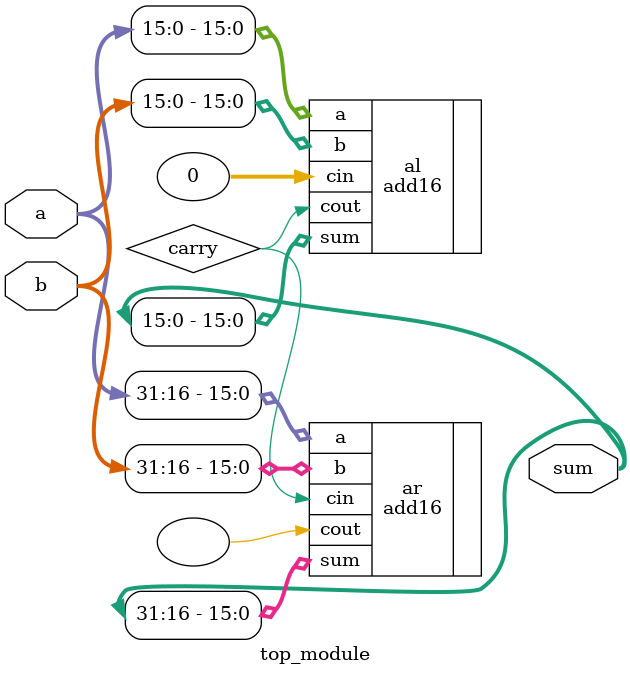
<source format=v>
module top_module(
    input [31:0] a,
    input [31:0] b,
    output [31:0] sum
);
  wire carry;

  add16 al(.a(a[15:0]), .b(b[15:0]), .cin(0), .sum(sum[15:0]), .cout(carry));
  add16 ar(.a(a[31:16]), .b(b[31:16]), .cin(carry), .sum(sum[31:16]), .cout());
endmodule


</source>
